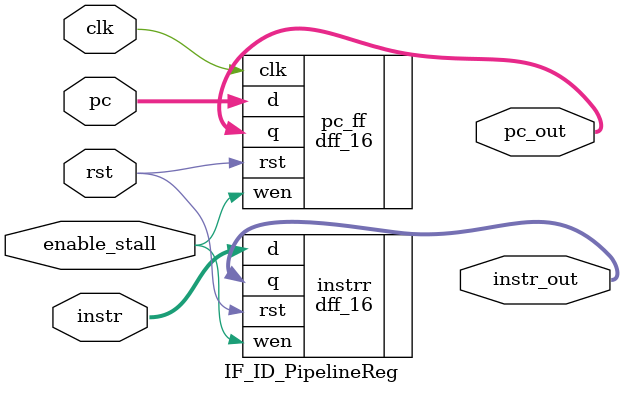
<source format=v>
module IF_ID_PipelineReg (
    input clk, rst, enable_stall,
    input [15:0] pc, instr,
    output [15:0] pc_out, instr_out
);

dff_16 pc_ff(.q(pc_out), .d(pc), .clk(clk), .rst(rst), .wen(enable_stall));
dff_16 instrr(.q(instr_out), .d(instr), .rst(rst), .wen(enable_stall));

endmodule
</source>
